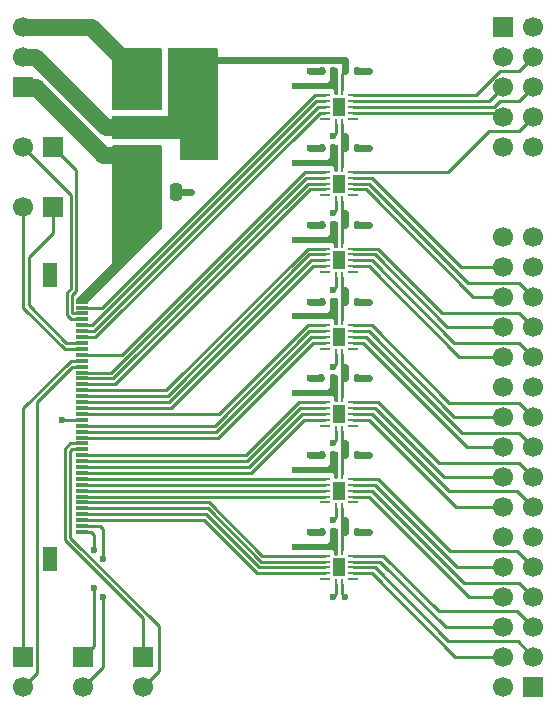
<source format=gtl>
G04 #@! TF.GenerationSoftware,KiCad,Pcbnew,9.0.1*
G04 #@! TF.CreationDate,2025-10-08T22:03:34-06:00*
G04 #@! TF.ProjectId,testbench,74657374-6265-46e6-9368-2e6b69636164,rev?*
G04 #@! TF.SameCoordinates,Original*
G04 #@! TF.FileFunction,Copper,L1,Top*
G04 #@! TF.FilePolarity,Positive*
%FSLAX46Y46*%
G04 Gerber Fmt 4.6, Leading zero omitted, Abs format (unit mm)*
G04 Created by KiCad (PCBNEW 9.0.1) date 2025-10-08 22:03:34*
%MOMM*%
%LPD*%
G01*
G04 APERTURE LIST*
G04 Aperture macros list*
%AMRoundRect*
0 Rectangle with rounded corners*
0 $1 Rounding radius*
0 $2 $3 $4 $5 $6 $7 $8 $9 X,Y pos of 4 corners*
0 Add a 4 corners polygon primitive as box body*
4,1,4,$2,$3,$4,$5,$6,$7,$8,$9,$2,$3,0*
0 Add four circle primitives for the rounded corners*
1,1,$1+$1,$2,$3*
1,1,$1+$1,$4,$5*
1,1,$1+$1,$6,$7*
1,1,$1+$1,$8,$9*
0 Add four rect primitives between the rounded corners*
20,1,$1+$1,$2,$3,$4,$5,0*
20,1,$1+$1,$4,$5,$6,$7,0*
20,1,$1+$1,$6,$7,$8,$9,0*
20,1,$1+$1,$8,$9,$2,$3,0*%
G04 Aperture macros list end*
G04 #@! TA.AperFunction,SMDPad,CuDef*
%ADD10R,1.000000X0.300000*%
G04 #@! TD*
G04 #@! TA.AperFunction,SMDPad,CuDef*
%ADD11R,1.300000X2.000000*%
G04 #@! TD*
G04 #@! TA.AperFunction,ComponentPad*
%ADD12R,1.700000X1.700000*%
G04 #@! TD*
G04 #@! TA.AperFunction,ComponentPad*
%ADD13C,1.700000*%
G04 #@! TD*
G04 #@! TA.AperFunction,HeatsinkPad*
%ADD14R,1.000000X1.500000*%
G04 #@! TD*
G04 #@! TA.AperFunction,SMDPad,CuDef*
%ADD15RoundRect,0.062500X-0.062500X-0.350000X0.062500X-0.350000X0.062500X0.350000X-0.062500X0.350000X0*%
G04 #@! TD*
G04 #@! TA.AperFunction,SMDPad,CuDef*
%ADD16RoundRect,0.062500X-0.350000X-0.062500X0.350000X-0.062500X0.350000X0.062500X-0.350000X0.062500X0*%
G04 #@! TD*
G04 #@! TA.AperFunction,SMDPad,CuDef*
%ADD17RoundRect,0.140000X0.140000X0.170000X-0.140000X0.170000X-0.140000X-0.170000X0.140000X-0.170000X0*%
G04 #@! TD*
G04 #@! TA.AperFunction,SMDPad,CuDef*
%ADD18RoundRect,0.140000X-0.140000X-0.170000X0.140000X-0.170000X0.140000X0.170000X-0.140000X0.170000X0*%
G04 #@! TD*
G04 #@! TA.AperFunction,SMDPad,CuDef*
%ADD19RoundRect,0.500000X-0.500000X-1.400000X0.500000X-1.400000X0.500000X1.400000X-0.500000X1.400000X0*%
G04 #@! TD*
G04 #@! TA.AperFunction,SMDPad,CuDef*
%ADD20RoundRect,0.375000X-0.625000X-0.375000X0.625000X-0.375000X0.625000X0.375000X-0.625000X0.375000X0*%
G04 #@! TD*
G04 #@! TA.AperFunction,SMDPad,CuDef*
%ADD21RoundRect,0.250000X0.250000X0.475000X-0.250000X0.475000X-0.250000X-0.475000X0.250000X-0.475000X0*%
G04 #@! TD*
G04 #@! TA.AperFunction,SMDPad,CuDef*
%ADD22RoundRect,0.250000X-0.250000X-0.475000X0.250000X-0.475000X0.250000X0.475000X-0.250000X0.475000X0*%
G04 #@! TD*
G04 #@! TA.AperFunction,ViaPad*
%ADD23C,0.600000*%
G04 #@! TD*
G04 #@! TA.AperFunction,Conductor*
%ADD24C,0.250000*%
G04 #@! TD*
G04 #@! TA.AperFunction,Conductor*
%ADD25C,0.600000*%
G04 #@! TD*
G04 #@! TA.AperFunction,Conductor*
%ADD26C,1.400000*%
G04 #@! TD*
G04 APERTURE END LIST*
D10*
X116699999Y-101999999D03*
X116699999Y-102499998D03*
X116699999Y-103000000D03*
X116699999Y-103499999D03*
X116699999Y-104000000D03*
X116699999Y-104499999D03*
X116699999Y-104999998D03*
X116699999Y-105500000D03*
X116699999Y-105999999D03*
X116699999Y-106499998D03*
X116699999Y-106999999D03*
X116699999Y-107499998D03*
X116699999Y-108000000D03*
X116699999Y-108499999D03*
X116699999Y-108999998D03*
X116699999Y-109499999D03*
X116699999Y-109999998D03*
X116699999Y-110500000D03*
X116699999Y-110999999D03*
X116699999Y-111499998D03*
X116699999Y-112000000D03*
X116699999Y-112499998D03*
X116699999Y-113000000D03*
X116699999Y-113499999D03*
X116699999Y-113999998D03*
X116699999Y-114500000D03*
X116699999Y-114999999D03*
X116699999Y-115500000D03*
X116699999Y-115999999D03*
X116699999Y-116499998D03*
X116699999Y-117000000D03*
X116699999Y-117499999D03*
X116699999Y-118000000D03*
X116699999Y-118499999D03*
X116699999Y-118999998D03*
X116699999Y-119500000D03*
X116699999Y-119999999D03*
X116699999Y-120500000D03*
X116699999Y-120999999D03*
X116699999Y-121499998D03*
D11*
X114000000Y-99700019D03*
X114000000Y-123799981D03*
D12*
X121920000Y-132080000D03*
D13*
X121920000Y-134620000D03*
D12*
X116840000Y-132080000D03*
D13*
X116840000Y-134620000D03*
X111760000Y-134620000D03*
D12*
X111760000Y-132080000D03*
D13*
X111760000Y-93980000D03*
D12*
X114300000Y-93980000D03*
D13*
X111760000Y-88900000D03*
D12*
X114300000Y-88900000D03*
X111760000Y-83820000D03*
D13*
X111760000Y-81280000D03*
X111760000Y-78740000D03*
D12*
X152400000Y-78740000D03*
D13*
X154940000Y-78740000D03*
X152400000Y-81280000D03*
X154940000Y-81280000D03*
X152400000Y-83820000D03*
X154940000Y-83820000D03*
X152400000Y-86360000D03*
X154940000Y-86360000D03*
X152400000Y-88900000D03*
X154940000Y-88900000D03*
D12*
X154940000Y-134620000D03*
D13*
X152400000Y-134620000D03*
X154940000Y-132080000D03*
X152400000Y-132080000D03*
X154940000Y-129540000D03*
X152400000Y-129540000D03*
X154940000Y-127000000D03*
X152400000Y-127000000D03*
X154940000Y-124460000D03*
X152400000Y-124460000D03*
X154940000Y-121920000D03*
X152400000Y-121920000D03*
X154940000Y-119380000D03*
X152400000Y-119380000D03*
X154940000Y-116840000D03*
X152400000Y-116840000D03*
X154940000Y-114300000D03*
X152400000Y-114300000D03*
X154940000Y-111760000D03*
X152400000Y-111760000D03*
X154940000Y-109220000D03*
X152400000Y-109220000D03*
X154940000Y-106680000D03*
X152400000Y-106680000D03*
X154940000Y-104140000D03*
X152400000Y-104140000D03*
X154940000Y-101600000D03*
X152400000Y-101600000D03*
X154940000Y-99060000D03*
X152400000Y-99060000D03*
X154940000Y-96520000D03*
X152400000Y-96520000D03*
D14*
X138500000Y-118000000D03*
D15*
X138750000Y-116562500D03*
D16*
X139687500Y-117000000D03*
X139687500Y-117500000D03*
X139687500Y-118000000D03*
X139687500Y-118500000D03*
X139687500Y-119000000D03*
D15*
X138750000Y-119437500D03*
X138250000Y-119437500D03*
D16*
X137312500Y-119000000D03*
X137312500Y-118500000D03*
X137312500Y-118000000D03*
X137312500Y-117500000D03*
X137312500Y-117000000D03*
D15*
X138250000Y-116562500D03*
D17*
X137020000Y-115000000D03*
X137980000Y-115000000D03*
D18*
X139980000Y-115000000D03*
X139020000Y-115000000D03*
D14*
X138500000Y-92000000D03*
D15*
X138750000Y-90562500D03*
D16*
X139687500Y-91000000D03*
X139687500Y-91500000D03*
X139687500Y-92000000D03*
X139687500Y-92500000D03*
X139687500Y-93000000D03*
D15*
X138750000Y-93437500D03*
X138250000Y-93437500D03*
D16*
X137312500Y-93000000D03*
X137312500Y-92500000D03*
X137312500Y-92000000D03*
X137312500Y-91500000D03*
X137312500Y-91000000D03*
D15*
X138250000Y-90562500D03*
D17*
X137020000Y-89000000D03*
X137980000Y-89000000D03*
D18*
X139980000Y-89000000D03*
X139020000Y-89000000D03*
D19*
X126900000Y-87250000D03*
D20*
X120600000Y-89550000D03*
X120600000Y-87250000D03*
X120600000Y-84950000D03*
D21*
X122800000Y-81750000D03*
X124700000Y-81750000D03*
D22*
X124700000Y-92750000D03*
X122800000Y-92750000D03*
D17*
X137020000Y-82500000D03*
X137980000Y-82500000D03*
D14*
X138500000Y-85500000D03*
D15*
X138750000Y-84062500D03*
D16*
X139687500Y-84500000D03*
X139687500Y-85000000D03*
X139687500Y-85500000D03*
X139687500Y-86000000D03*
X139687500Y-86500000D03*
D15*
X138750000Y-86937500D03*
X138250000Y-86937500D03*
D16*
X137312500Y-86500000D03*
X137312500Y-86000000D03*
X137312500Y-85500000D03*
X137312500Y-85000000D03*
X137312500Y-84500000D03*
D15*
X138250000Y-84062500D03*
D18*
X139980000Y-82500000D03*
X139020000Y-82500000D03*
X139020000Y-121500000D03*
X139980000Y-121500000D03*
D17*
X137980000Y-121500000D03*
X137020000Y-121500000D03*
D15*
X138250000Y-123062500D03*
D16*
X137312500Y-123500000D03*
X137312500Y-124000000D03*
X137312500Y-124500000D03*
X137312500Y-125000000D03*
X137312500Y-125500000D03*
D15*
X138250000Y-125937500D03*
X138750000Y-125937500D03*
D16*
X139687500Y-125500000D03*
X139687500Y-125000000D03*
X139687500Y-124500000D03*
X139687500Y-124000000D03*
X139687500Y-123500000D03*
D15*
X138750000Y-123062500D03*
D14*
X138500000Y-124500000D03*
D15*
X138250000Y-97062500D03*
D16*
X137312500Y-97500000D03*
X137312500Y-98000000D03*
X137312500Y-98500000D03*
X137312500Y-99000000D03*
X137312500Y-99500000D03*
D15*
X138250000Y-99937500D03*
X138750000Y-99937500D03*
D16*
X139687500Y-99500000D03*
X139687500Y-99000000D03*
X139687500Y-98500000D03*
X139687500Y-98000000D03*
X139687500Y-97500000D03*
D15*
X138750000Y-97062500D03*
D14*
X138500000Y-98500000D03*
D15*
X138250000Y-103562500D03*
D16*
X137312500Y-104000000D03*
X137312500Y-104500000D03*
X137312500Y-105000000D03*
X137312500Y-105500000D03*
X137312500Y-106000000D03*
D15*
X138250000Y-106437500D03*
X138750000Y-106437500D03*
D16*
X139687500Y-106000000D03*
X139687500Y-105500000D03*
X139687500Y-105000000D03*
X139687500Y-104500000D03*
X139687500Y-104000000D03*
D15*
X138750000Y-103562500D03*
D14*
X138500000Y-105000000D03*
X138500000Y-111500000D03*
D15*
X138750000Y-110062500D03*
D16*
X139687500Y-110500000D03*
X139687500Y-111000000D03*
X139687500Y-111500000D03*
X139687500Y-112000000D03*
X139687500Y-112500000D03*
D15*
X138750000Y-112937500D03*
X138250000Y-112937500D03*
D16*
X137312500Y-112500000D03*
X137312500Y-112000000D03*
X137312500Y-111500000D03*
X137312500Y-111000000D03*
X137312500Y-110500000D03*
D15*
X138250000Y-110062500D03*
D17*
X137960000Y-108500000D03*
X137000000Y-108500000D03*
D18*
X139980000Y-108500000D03*
X139020000Y-108500000D03*
D17*
X137980000Y-102000000D03*
X137020000Y-102000000D03*
D18*
X139020000Y-102000000D03*
X139980000Y-102000000D03*
D17*
X137980000Y-95500000D03*
X137020000Y-95500000D03*
D18*
X139020000Y-95500000D03*
X139980000Y-95500000D03*
D23*
X122500000Y-95000000D03*
X126000000Y-92750000D03*
X115000000Y-112000000D03*
X118500000Y-127000000D03*
X117750000Y-126250000D03*
X117750000Y-123000000D03*
X118500000Y-123750000D03*
X134750000Y-122750000D03*
X134750000Y-116250000D03*
X134750000Y-109750000D03*
X134750000Y-103250000D03*
X134750000Y-83750000D03*
X134750000Y-90250000D03*
X134750000Y-96750000D03*
X139000000Y-127000000D03*
X141000000Y-115000000D03*
X139000000Y-114000000D03*
X136000000Y-115000000D03*
X138000000Y-120500000D03*
X139000000Y-88000000D03*
X141000000Y-89000000D03*
X136000000Y-89000000D03*
X138000000Y-94500000D03*
X120500000Y-81750000D03*
X136000000Y-82500000D03*
X138000000Y-88000000D03*
X141000000Y-82500000D03*
X139000000Y-81500000D03*
X138000000Y-127000000D03*
X141000000Y-121500000D03*
X136000000Y-121500000D03*
X139000000Y-120500000D03*
X138000000Y-107500000D03*
X138000000Y-114000000D03*
X138000000Y-101000000D03*
X139000000Y-94500000D03*
X139000000Y-107500000D03*
X139000000Y-101000000D03*
X141000000Y-102000000D03*
X136000000Y-102000000D03*
X141000000Y-95500000D03*
X136000000Y-95500000D03*
X141000000Y-108500000D03*
X136000000Y-108500000D03*
D24*
X139687500Y-84500000D02*
X150056884Y-84500000D01*
X150056884Y-84500000D02*
X152100884Y-82456000D01*
X152100884Y-82456000D02*
X153764000Y-82456000D01*
X153764000Y-82456000D02*
X154940000Y-81280000D01*
X139687500Y-85000000D02*
X151220000Y-85000000D01*
X151220000Y-85000000D02*
X152400000Y-83820000D01*
X139687500Y-85500000D02*
X151596884Y-85500000D01*
X151596884Y-85500000D02*
X152100884Y-84996000D01*
X152100884Y-84996000D02*
X153764000Y-84996000D01*
X153764000Y-84996000D02*
X154940000Y-83820000D01*
X139687500Y-86000000D02*
X152040000Y-86000000D01*
X152040000Y-86000000D02*
X152400000Y-86360000D01*
X139687500Y-91000000D02*
X147750000Y-91000000D01*
X147750000Y-91000000D02*
X151214000Y-87536000D01*
X151214000Y-87536000D02*
X153764000Y-87536000D01*
X153764000Y-87536000D02*
X154940000Y-86360000D01*
X139687500Y-91500000D02*
X141250000Y-91500000D01*
X141250000Y-91500000D02*
X148810000Y-99060000D01*
X148810000Y-99060000D02*
X152400000Y-99060000D01*
X139687500Y-92000000D02*
X141000000Y-92000000D01*
X141000000Y-92000000D02*
X149424000Y-100424000D01*
X149424000Y-100424000D02*
X153764000Y-100424000D01*
X153764000Y-100424000D02*
X154940000Y-101600000D01*
X139687500Y-92500000D02*
X140750000Y-92500000D01*
X140750000Y-92500000D02*
X149850000Y-101600000D01*
X149850000Y-101600000D02*
X152400000Y-101600000D01*
X139687500Y-97500000D02*
X141750000Y-97500000D01*
X141750000Y-97500000D02*
X147214000Y-102964000D01*
X147214000Y-102964000D02*
X153764000Y-102964000D01*
X153764000Y-102964000D02*
X154940000Y-104140000D01*
X139687500Y-98000000D02*
X141500000Y-98000000D01*
X141500000Y-98000000D02*
X147640000Y-104140000D01*
X147640000Y-104140000D02*
X152400000Y-104140000D01*
X139687500Y-98500000D02*
X141250000Y-98500000D01*
X141250000Y-98500000D02*
X148254000Y-105504000D01*
X148254000Y-105504000D02*
X153764000Y-105504000D01*
X153764000Y-105504000D02*
X154940000Y-106680000D01*
X139687500Y-99000000D02*
X141000000Y-99000000D01*
X141000000Y-99000000D02*
X148680000Y-106680000D01*
X148680000Y-106680000D02*
X152400000Y-106680000D01*
X139687500Y-104000000D02*
X141250000Y-104000000D01*
X141250000Y-104000000D02*
X147834000Y-110584000D01*
X147834000Y-110584000D02*
X153764000Y-110584000D01*
X153764000Y-110584000D02*
X154940000Y-111760000D01*
X139687500Y-104500000D02*
X141000000Y-104500000D01*
X141000000Y-104500000D02*
X148260000Y-111760000D01*
X148260000Y-111760000D02*
X152400000Y-111760000D01*
X139687500Y-105000000D02*
X140750000Y-105000000D01*
X140750000Y-105000000D02*
X148874000Y-113124000D01*
X148874000Y-113124000D02*
X153764000Y-113124000D01*
X153764000Y-113124000D02*
X154940000Y-114300000D01*
X139687500Y-105500000D02*
X140500000Y-105500000D01*
X140500000Y-105500000D02*
X149300000Y-114300000D01*
X149300000Y-114300000D02*
X152400000Y-114300000D01*
X139687500Y-110500000D02*
X141750000Y-110500000D01*
X141750000Y-110500000D02*
X146914000Y-115664000D01*
X146914000Y-115664000D02*
X153764000Y-115664000D01*
X153764000Y-115664000D02*
X154940000Y-116840000D01*
X139687500Y-111000000D02*
X141500000Y-111000000D01*
X141500000Y-111000000D02*
X147340000Y-116840000D01*
X147340000Y-116840000D02*
X152400000Y-116840000D01*
X139687500Y-111500000D02*
X141250000Y-111500000D01*
X141250000Y-111500000D02*
X147766000Y-118016000D01*
X147766000Y-118016000D02*
X153576000Y-118016000D01*
X153576000Y-118016000D02*
X154940000Y-119380000D01*
X139687500Y-112000000D02*
X141000000Y-112000000D01*
X148380000Y-119380000D02*
X152400000Y-119380000D01*
X141000000Y-112000000D02*
X148380000Y-119380000D01*
X139687500Y-117000000D02*
X141750000Y-117000000D01*
X141750000Y-117000000D02*
X147846000Y-123096000D01*
X147846000Y-123096000D02*
X153576000Y-123096000D01*
X153576000Y-123096000D02*
X154940000Y-124460000D01*
X139687500Y-117500000D02*
X141500000Y-117500000D01*
X141500000Y-117500000D02*
X148460000Y-124460000D01*
X148460000Y-124460000D02*
X152400000Y-124460000D01*
X139687500Y-118000000D02*
X141250000Y-118000000D01*
X141250000Y-118000000D02*
X149074000Y-125824000D01*
X149074000Y-125824000D02*
X153764000Y-125824000D01*
X153764000Y-125824000D02*
X154940000Y-127000000D01*
X139687500Y-118500000D02*
X141000000Y-118500000D01*
X141000000Y-118500000D02*
X149500000Y-127000000D01*
X149500000Y-127000000D02*
X152400000Y-127000000D01*
X139687500Y-123500000D02*
X142250000Y-123500000D01*
X142250000Y-123500000D02*
X146926000Y-128176000D01*
X146926000Y-128176000D02*
X153576000Y-128176000D01*
X153576000Y-128176000D02*
X154940000Y-129540000D01*
X139687500Y-124000000D02*
X142000000Y-124000000D01*
X142000000Y-124000000D02*
X147540000Y-129540000D01*
X147540000Y-129540000D02*
X152400000Y-129540000D01*
X141500000Y-124500000D02*
X147750000Y-130750000D01*
X153610000Y-130750000D02*
X154940000Y-132080000D01*
X139687500Y-124500000D02*
X141500000Y-124500000D01*
X147750000Y-130750000D02*
X153610000Y-130750000D01*
X139687500Y-125000000D02*
X141250000Y-125000000D01*
X141250000Y-125000000D02*
X148330000Y-132080000D01*
X148330000Y-132080000D02*
X152400000Y-132080000D01*
D25*
X124700000Y-92750000D02*
X126000000Y-92750000D01*
D24*
X116699999Y-112000000D02*
X115000000Y-112000000D01*
D25*
X139000000Y-81500000D02*
X124950000Y-81500000D01*
X124950000Y-81500000D02*
X124700000Y-81750000D01*
D26*
X111760000Y-78740000D02*
X117490000Y-78740000D01*
X117490000Y-78740000D02*
X120500000Y-81750000D01*
X111760000Y-81280000D02*
X112780000Y-81280000D01*
X112780000Y-81280000D02*
X118750000Y-87250000D01*
X118750000Y-87250000D02*
X120600000Y-87250000D01*
X111760000Y-83820000D02*
X112802000Y-83820000D01*
X112802000Y-83820000D02*
X118532000Y-89550000D01*
X118532000Y-89550000D02*
X120600000Y-89550000D01*
D24*
X116699999Y-103000000D02*
X115898001Y-103000000D01*
X115873999Y-101436810D02*
X116250000Y-101060809D01*
X115898001Y-103000000D02*
X115922003Y-102975998D01*
X115922003Y-102975998D02*
X115873999Y-102975998D01*
X115873999Y-102975998D02*
X115873999Y-101436810D01*
X116250000Y-101060809D02*
X116250000Y-90850000D01*
X116250000Y-90850000D02*
X114300000Y-88900000D01*
X116699999Y-103499999D02*
X115760190Y-103499999D01*
X115799000Y-92939000D02*
X111760000Y-88900000D01*
X115760190Y-103499999D02*
X115422999Y-103162808D01*
X115422999Y-103162808D02*
X115422999Y-101250000D01*
X115422999Y-101250000D02*
X115799000Y-100873999D01*
X115799000Y-100873999D02*
X115799000Y-92939000D01*
X116699999Y-105500000D02*
X115387810Y-105500000D01*
X115387810Y-105500000D02*
X112211000Y-102323190D01*
X112211000Y-102323190D02*
X112211000Y-98250000D01*
X112211000Y-98250000D02*
X114300000Y-96161000D01*
X114300000Y-96161000D02*
X114300000Y-93980000D01*
X116699999Y-105999999D02*
X115249999Y-105999999D01*
X111760000Y-102510000D02*
X111760000Y-93980000D01*
X115249999Y-105999999D02*
X111760000Y-102510000D01*
X116699999Y-106999999D02*
X115760190Y-106999999D01*
X115760190Y-106999999D02*
X111760000Y-111000189D01*
X111760000Y-111000189D02*
X111760000Y-132080000D01*
X116699999Y-107499998D02*
X115898001Y-107499998D01*
X115898001Y-107499998D02*
X112936000Y-110461999D01*
X112936000Y-110461999D02*
X112936000Y-133444000D01*
X112936000Y-133444000D02*
X111760000Y-134620000D01*
X118500000Y-127000000D02*
X118500000Y-132960000D01*
X118500000Y-132960000D02*
X116840000Y-134620000D01*
X117750000Y-126250000D02*
X117750000Y-131170000D01*
X117750000Y-131170000D02*
X116840000Y-132080000D01*
X117750000Y-123000000D02*
X117750000Y-121750000D01*
X117750000Y-121750000D02*
X117499998Y-121499998D01*
X117499998Y-121499998D02*
X116699999Y-121499998D01*
X118500000Y-123750000D02*
X118500000Y-121250000D01*
X118500000Y-121250000D02*
X118249999Y-120999999D01*
X118249999Y-120999999D02*
X116699999Y-120999999D01*
X116699999Y-102499998D02*
X118435418Y-102499998D01*
X118435418Y-102499998D02*
X136435416Y-84500000D01*
X136435416Y-84500000D02*
X137312500Y-84500000D01*
X116699999Y-104000000D02*
X117573226Y-104000000D01*
X117573226Y-104000000D02*
X136573226Y-85000000D01*
X136573226Y-85000000D02*
X137312500Y-85000000D01*
X116699999Y-104499999D02*
X117711037Y-104499999D01*
X117711037Y-104499999D02*
X136711036Y-85500000D01*
X136711036Y-85500000D02*
X137312500Y-85500000D01*
X116699999Y-104999998D02*
X117848848Y-104999998D01*
X117848848Y-104999998D02*
X136848846Y-86000000D01*
X136848846Y-86000000D02*
X137312500Y-86000000D01*
X116699999Y-106499998D02*
X120086572Y-106499998D01*
X120086572Y-106499998D02*
X135586570Y-91000000D01*
X135586570Y-91000000D02*
X137312500Y-91000000D01*
X116699999Y-108000000D02*
X119224380Y-108000000D01*
X119224380Y-108000000D02*
X135724380Y-91500000D01*
X135724380Y-91500000D02*
X137312500Y-91500000D01*
X116699999Y-108499999D02*
X119362191Y-108499999D01*
X119362191Y-108499999D02*
X135862190Y-92000000D01*
X135862190Y-92000000D02*
X137312500Y-92000000D01*
X116699999Y-108999998D02*
X119500002Y-108999998D01*
X119500002Y-108999998D02*
X136000000Y-92500000D01*
X136000000Y-92500000D02*
X137312500Y-92500000D01*
X116699999Y-109499999D02*
X123836571Y-109499999D01*
X123836571Y-109499999D02*
X135836570Y-97500000D01*
X135836570Y-97500000D02*
X137312500Y-97500000D01*
X116699999Y-109999998D02*
X123974382Y-109999998D01*
X123974382Y-109999998D02*
X135974380Y-98000000D01*
X135974380Y-98000000D02*
X137312500Y-98000000D01*
X116699999Y-110500000D02*
X124112190Y-110500000D01*
X124112190Y-110500000D02*
X136112190Y-98500000D01*
X136112190Y-98500000D02*
X137312500Y-98500000D01*
X116699999Y-110999999D02*
X124250001Y-110999999D01*
X124250001Y-110999999D02*
X136250000Y-99000000D01*
X136250000Y-99000000D02*
X137312500Y-99000000D01*
X116699999Y-111499998D02*
X128336572Y-111499998D01*
X128336572Y-111499998D02*
X135836570Y-104000000D01*
X135836570Y-104000000D02*
X137312500Y-104000000D01*
X116699999Y-112499998D02*
X127974382Y-112499998D01*
X127974382Y-112499998D02*
X135974380Y-104500000D01*
X135974380Y-104500000D02*
X137312500Y-104500000D01*
X116699999Y-113000000D02*
X128112190Y-113000000D01*
X128112190Y-113000000D02*
X136112190Y-105000000D01*
X136112190Y-105000000D02*
X137312500Y-105000000D01*
X116699999Y-113499999D02*
X128250001Y-113499999D01*
X128250001Y-113499999D02*
X136250000Y-105500000D01*
X136250000Y-105500000D02*
X137312500Y-105500000D01*
X116699999Y-113999998D02*
X115750002Y-113999998D01*
X115750002Y-113999998D02*
X115250000Y-114500000D01*
X115250000Y-114500000D02*
X115250000Y-122137810D01*
X115250000Y-122137810D02*
X121920000Y-128807810D01*
X121920000Y-128807810D02*
X121920000Y-132080000D01*
X116699999Y-114500000D02*
X115897998Y-114500000D01*
X115897998Y-114500000D02*
X115750000Y-114647998D01*
X115750000Y-114647998D02*
X115750000Y-122000000D01*
X115750000Y-122000000D02*
X123250000Y-129500000D01*
X123250000Y-129500000D02*
X123250000Y-133290000D01*
X123250000Y-133290000D02*
X121920000Y-134620000D01*
X116699999Y-114999999D02*
X130586571Y-114999999D01*
X130586571Y-114999999D02*
X135086570Y-110500000D01*
X135086570Y-110500000D02*
X137312500Y-110500000D01*
X116699999Y-115500000D02*
X130724380Y-115500000D01*
X130724380Y-115500000D02*
X135224380Y-111000000D01*
X135224380Y-111000000D02*
X137312500Y-111000000D01*
X116699999Y-115999999D02*
X130862191Y-115999999D01*
X130862191Y-115999999D02*
X135362190Y-111500000D01*
X135362190Y-111500000D02*
X137312500Y-111500000D01*
X116699999Y-116499998D02*
X131000002Y-116499998D01*
X131000002Y-116499998D02*
X135500000Y-112000000D01*
X135500000Y-112000000D02*
X137312500Y-112000000D01*
X116699999Y-120500000D02*
X127086570Y-120500000D01*
X127086570Y-120500000D02*
X131586570Y-125000000D01*
X131586570Y-125000000D02*
X137312500Y-125000000D01*
X116699999Y-119999999D02*
X127224380Y-120000000D01*
X127224380Y-120000000D02*
X131724380Y-124500000D01*
X131724380Y-124500000D02*
X137312500Y-124500000D01*
X116699999Y-119500000D02*
X127362190Y-119500000D01*
X127362190Y-119500000D02*
X131862190Y-124000000D01*
X131862190Y-124000000D02*
X137312500Y-124000000D01*
X116699999Y-118999998D02*
X127499998Y-118999998D01*
X127499998Y-118999998D02*
X132000000Y-123500000D01*
X132000000Y-123500000D02*
X137312500Y-123500000D01*
X137312500Y-117000000D02*
X116699999Y-117000000D01*
X116699999Y-117499999D02*
X137312500Y-117500000D01*
X137312500Y-118000000D02*
X116699999Y-118000000D01*
X116699999Y-118499999D02*
X137312500Y-118500000D01*
X138750000Y-119437500D02*
X138750000Y-123062500D01*
X138750000Y-112937500D02*
X138750000Y-116562500D01*
X138750000Y-106437500D02*
X138750000Y-110062500D01*
X138750000Y-99937500D02*
X138750000Y-103562500D01*
X138750000Y-93437500D02*
X138750000Y-97062500D01*
X138750000Y-86937500D02*
X138750000Y-90562500D01*
X138750000Y-86937500D02*
X138750000Y-87750000D01*
X138750000Y-87750000D02*
X139000000Y-88000000D01*
X138750000Y-93437500D02*
X138750000Y-94250000D01*
X138750000Y-94250000D02*
X139000000Y-94500000D01*
X138750000Y-99937500D02*
X138750000Y-100750000D01*
X138750000Y-100750000D02*
X139000000Y-101000000D01*
X138750000Y-106437500D02*
X138750000Y-107250000D01*
X138750000Y-107250000D02*
X139000000Y-107500000D01*
X138750000Y-112937500D02*
X138750000Y-113750000D01*
X138750000Y-113750000D02*
X139000000Y-114000000D01*
X138750000Y-119437500D02*
X138750000Y-120250000D01*
X138750000Y-120250000D02*
X139000000Y-120500000D01*
X138750000Y-125937500D02*
X138750000Y-126750000D01*
X138750000Y-126750000D02*
X139000000Y-127000000D01*
X138750000Y-116562500D02*
X138750000Y-115270000D01*
X138250000Y-120250000D02*
X138000000Y-120500000D01*
D25*
X139000000Y-114000000D02*
X139000000Y-114980000D01*
X139980000Y-115000000D02*
X141000000Y-115000000D01*
D24*
X138750000Y-115270000D02*
X139020000Y-115000000D01*
D25*
X139000000Y-114980000D02*
X139020000Y-115000000D01*
D24*
X138250000Y-119437500D02*
X138250000Y-120250000D01*
D25*
X137020000Y-115000000D02*
X136000000Y-115000000D01*
X139000000Y-88000000D02*
X139000000Y-88980000D01*
X139980000Y-89000000D02*
X141000000Y-89000000D01*
D24*
X138750000Y-89270000D02*
X139020000Y-89000000D01*
D25*
X139000000Y-88980000D02*
X139020000Y-89000000D01*
X137020000Y-89000000D02*
X136000000Y-89000000D01*
D24*
X138750000Y-90562500D02*
X138750000Y-89270000D01*
X138250000Y-93437500D02*
X138250000Y-94250000D01*
X138250000Y-94250000D02*
X138000000Y-94500000D01*
X138750000Y-82770000D02*
X139020000Y-82500000D01*
D25*
X137020000Y-82500000D02*
X136000000Y-82500000D01*
D24*
X138250000Y-86937500D02*
X138250000Y-87750000D01*
D25*
X139000000Y-81500000D02*
X139000000Y-82480000D01*
X139980000Y-82500000D02*
X141000000Y-82500000D01*
D24*
X138750000Y-84062500D02*
X138750000Y-82770000D01*
X138250000Y-87750000D02*
X138000000Y-88000000D01*
D25*
X139000000Y-82480000D02*
X139020000Y-82500000D01*
D24*
X138750000Y-123062500D02*
X138750000Y-121770000D01*
D25*
X139000000Y-121480000D02*
X139020000Y-121500000D01*
D24*
X138250000Y-126750000D02*
X138000000Y-127000000D01*
D25*
X139000000Y-120500000D02*
X139000000Y-121480000D01*
X139980000Y-121500000D02*
X141000000Y-121500000D01*
X137020000Y-121500000D02*
X136000000Y-121500000D01*
D24*
X138750000Y-121770000D02*
X139020000Y-121500000D01*
X138250000Y-125937500D02*
X138250000Y-126750000D01*
D25*
X139980000Y-95500000D02*
X141000000Y-95500000D01*
X139980000Y-108500000D02*
X141000000Y-108500000D01*
X139980000Y-102000000D02*
X141000000Y-102000000D01*
X137000000Y-108500000D02*
X136000000Y-108500000D01*
X137020000Y-95500000D02*
X136000000Y-95500000D01*
X137020000Y-102000000D02*
X136000000Y-102000000D01*
D24*
X138250000Y-112937500D02*
X138250000Y-113750000D01*
X138250000Y-113750000D02*
X138000000Y-114000000D01*
X138250000Y-99937500D02*
X138250000Y-100750000D01*
X138250000Y-100750000D02*
X138000000Y-101000000D01*
X138250000Y-106437500D02*
X138250000Y-107250000D01*
X138250000Y-107250000D02*
X138000000Y-107500000D01*
D25*
X139000000Y-101000000D02*
X139000000Y-101980000D01*
X139000000Y-101980000D02*
X139020000Y-102000000D01*
X139000000Y-94500000D02*
X139000000Y-95480000D01*
X139000000Y-95480000D02*
X139020000Y-95500000D01*
X139000000Y-107500000D02*
X139000000Y-108480000D01*
X139000000Y-108480000D02*
X139020000Y-108500000D01*
D24*
X138750000Y-110062500D02*
X138750000Y-108770000D01*
X138750000Y-103562500D02*
X138750000Y-102270000D01*
X138750000Y-97062500D02*
X138750000Y-95770000D01*
X138750000Y-95770000D02*
X139020000Y-95500000D01*
X138750000Y-108770000D02*
X139020000Y-108500000D01*
X138750000Y-102270000D02*
X139020000Y-102000000D01*
G04 #@! TA.AperFunction,Conductor*
G36*
X123443039Y-88769685D02*
G01*
X123488794Y-88822489D01*
X123500000Y-88874000D01*
X123500000Y-93750000D01*
X119250000Y-93750000D01*
X119250000Y-88874000D01*
X119269685Y-88806961D01*
X119322489Y-88761206D01*
X119374000Y-88750000D01*
X123376000Y-88750000D01*
X123443039Y-88769685D01*
G37*
G04 #@! TD.AperFunction*
G04 #@! TA.AperFunction,Conductor*
G36*
X123443039Y-80519685D02*
G01*
X123488794Y-80572489D01*
X123500000Y-80624000D01*
X123500000Y-85626000D01*
X123480315Y-85693039D01*
X123427511Y-85738794D01*
X123376000Y-85750000D01*
X119374000Y-85750000D01*
X119306961Y-85730315D01*
X119261206Y-85677511D01*
X119250000Y-85626000D01*
X119250000Y-80624000D01*
X119269685Y-80556961D01*
X119322489Y-80511206D01*
X119374000Y-80500000D01*
X123376000Y-80500000D01*
X123443039Y-80519685D01*
G37*
G04 #@! TD.AperFunction*
G04 #@! TA.AperFunction,Conductor*
G36*
X128193039Y-80519685D02*
G01*
X128238794Y-80572489D01*
X128250000Y-80624000D01*
X128250000Y-89876000D01*
X128230315Y-89943039D01*
X128177511Y-89988794D01*
X128126000Y-90000000D01*
X125124000Y-90000000D01*
X125056961Y-89980315D01*
X125011206Y-89927511D01*
X125000000Y-89876000D01*
X125000000Y-88250000D01*
X119374000Y-88250000D01*
X119306961Y-88230315D01*
X119261206Y-88177511D01*
X119250000Y-88126000D01*
X119250000Y-86374000D01*
X119269685Y-86306961D01*
X119322489Y-86261206D01*
X119374000Y-86250000D01*
X124000000Y-86250000D01*
X124000000Y-80624000D01*
X124019685Y-80556961D01*
X124072489Y-80511206D01*
X124124000Y-80500000D01*
X128126000Y-80500000D01*
X128193039Y-80519685D01*
G37*
G04 #@! TD.AperFunction*
G04 #@! TA.AperFunction,Conductor*
G36*
X138315677Y-82219685D02*
G01*
X138336319Y-82236319D01*
X138363681Y-82263681D01*
X138397166Y-82325004D01*
X138400000Y-82351362D01*
X138400000Y-84348638D01*
X138391355Y-84378078D01*
X138384832Y-84408065D01*
X138381077Y-84413080D01*
X138380315Y-84415677D01*
X138363681Y-84436319D01*
X138337681Y-84462319D01*
X138276358Y-84495804D01*
X138206666Y-84490820D01*
X138162319Y-84462319D01*
X138136319Y-84436319D01*
X138102834Y-84374996D01*
X138100000Y-84348638D01*
X138100000Y-84100000D01*
X138000000Y-84000000D01*
X134824000Y-84000000D01*
X134756961Y-83980315D01*
X134711206Y-83927511D01*
X134700000Y-83876000D01*
X134700000Y-83624000D01*
X134719685Y-83556961D01*
X134772489Y-83511206D01*
X134824000Y-83500000D01*
X137500000Y-83500000D01*
X137700000Y-83300000D01*
X137700000Y-82351362D01*
X137708644Y-82321921D01*
X137715168Y-82291935D01*
X137718922Y-82286919D01*
X137719685Y-82284323D01*
X137736319Y-82263681D01*
X137763681Y-82236319D01*
X137825004Y-82202834D01*
X137851362Y-82200000D01*
X138248638Y-82200000D01*
X138315677Y-82219685D01*
G37*
G04 #@! TD.AperFunction*
G04 #@! TA.AperFunction,Conductor*
G36*
X138315677Y-88719685D02*
G01*
X138336319Y-88736319D01*
X138363681Y-88763681D01*
X138397166Y-88825004D01*
X138400000Y-88851362D01*
X138400000Y-90848638D01*
X138391355Y-90878078D01*
X138384832Y-90908065D01*
X138381077Y-90913080D01*
X138380315Y-90915677D01*
X138363681Y-90936319D01*
X138337681Y-90962319D01*
X138276358Y-90995804D01*
X138206666Y-90990820D01*
X138162319Y-90962319D01*
X138136319Y-90936319D01*
X138102834Y-90874996D01*
X138100000Y-90848638D01*
X138100000Y-90600000D01*
X138000000Y-90500000D01*
X134824000Y-90500000D01*
X134756961Y-90480315D01*
X134711206Y-90427511D01*
X134700000Y-90376000D01*
X134700000Y-90124000D01*
X134719685Y-90056961D01*
X134772489Y-90011206D01*
X134824000Y-90000000D01*
X137500000Y-90000000D01*
X137700000Y-89800000D01*
X137700000Y-88851362D01*
X137708644Y-88821921D01*
X137715168Y-88791935D01*
X137718922Y-88786919D01*
X137719685Y-88784323D01*
X137736319Y-88763681D01*
X137763681Y-88736319D01*
X137825004Y-88702834D01*
X137851362Y-88700000D01*
X138248638Y-88700000D01*
X138315677Y-88719685D01*
G37*
G04 #@! TD.AperFunction*
G04 #@! TA.AperFunction,Conductor*
G36*
X138315677Y-95219685D02*
G01*
X138336319Y-95236319D01*
X138363681Y-95263681D01*
X138397166Y-95325004D01*
X138400000Y-95351362D01*
X138400000Y-97348638D01*
X138391355Y-97378078D01*
X138384832Y-97408065D01*
X138381077Y-97413080D01*
X138380315Y-97415677D01*
X138363681Y-97436319D01*
X138337681Y-97462319D01*
X138276358Y-97495804D01*
X138206666Y-97490820D01*
X138162319Y-97462319D01*
X138136319Y-97436319D01*
X138102834Y-97374996D01*
X138100000Y-97348638D01*
X138100000Y-97100000D01*
X138000000Y-97000000D01*
X134824000Y-97000000D01*
X134756961Y-96980315D01*
X134711206Y-96927511D01*
X134700000Y-96876000D01*
X134700000Y-96624000D01*
X134719685Y-96556961D01*
X134772489Y-96511206D01*
X134824000Y-96500000D01*
X137500000Y-96500000D01*
X137700000Y-96300000D01*
X137700000Y-95351362D01*
X137708644Y-95321921D01*
X137715168Y-95291935D01*
X137718922Y-95286919D01*
X137719685Y-95284323D01*
X137736319Y-95263681D01*
X137763681Y-95236319D01*
X137825004Y-95202834D01*
X137851362Y-95200000D01*
X138248638Y-95200000D01*
X138315677Y-95219685D01*
G37*
G04 #@! TD.AperFunction*
G04 #@! TA.AperFunction,Conductor*
G36*
X138315677Y-101719685D02*
G01*
X138336319Y-101736319D01*
X138363681Y-101763681D01*
X138397166Y-101825004D01*
X138400000Y-101851362D01*
X138400000Y-103848638D01*
X138391355Y-103878078D01*
X138384832Y-103908065D01*
X138381077Y-103913080D01*
X138380315Y-103915677D01*
X138363681Y-103936319D01*
X138337681Y-103962319D01*
X138276358Y-103995804D01*
X138206666Y-103990820D01*
X138162319Y-103962319D01*
X138136319Y-103936319D01*
X138102834Y-103874996D01*
X138100000Y-103848638D01*
X138100000Y-103600000D01*
X138000000Y-103500000D01*
X134824000Y-103500000D01*
X134756961Y-103480315D01*
X134711206Y-103427511D01*
X134700000Y-103376000D01*
X134700000Y-103124000D01*
X134719685Y-103056961D01*
X134772489Y-103011206D01*
X134824000Y-103000000D01*
X137500000Y-103000000D01*
X137700000Y-102800000D01*
X137700000Y-101851362D01*
X137708644Y-101821921D01*
X137715168Y-101791935D01*
X137718922Y-101786919D01*
X137719685Y-101784323D01*
X137736319Y-101763681D01*
X137763681Y-101736319D01*
X137825004Y-101702834D01*
X137851362Y-101700000D01*
X138248638Y-101700000D01*
X138315677Y-101719685D01*
G37*
G04 #@! TD.AperFunction*
G04 #@! TA.AperFunction,Conductor*
G36*
X138315677Y-108219685D02*
G01*
X138336319Y-108236319D01*
X138363681Y-108263681D01*
X138397166Y-108325004D01*
X138400000Y-108351362D01*
X138400000Y-110348638D01*
X138391355Y-110378078D01*
X138384832Y-110408065D01*
X138381077Y-110413080D01*
X138380315Y-110415677D01*
X138363681Y-110436319D01*
X138337681Y-110462319D01*
X138276358Y-110495804D01*
X138206666Y-110490820D01*
X138162319Y-110462319D01*
X138136319Y-110436319D01*
X138102834Y-110374996D01*
X138100000Y-110348638D01*
X138100000Y-110100000D01*
X138000000Y-110000000D01*
X134824000Y-110000000D01*
X134756961Y-109980315D01*
X134711206Y-109927511D01*
X134700000Y-109876000D01*
X134700000Y-109624000D01*
X134719685Y-109556961D01*
X134772489Y-109511206D01*
X134824000Y-109500000D01*
X137500000Y-109500000D01*
X137700000Y-109300000D01*
X137700000Y-108351362D01*
X137708644Y-108321921D01*
X137715168Y-108291935D01*
X137718922Y-108286919D01*
X137719685Y-108284323D01*
X137736319Y-108263681D01*
X137763681Y-108236319D01*
X137825004Y-108202834D01*
X137851362Y-108200000D01*
X138248638Y-108200000D01*
X138315677Y-108219685D01*
G37*
G04 #@! TD.AperFunction*
G04 #@! TA.AperFunction,Conductor*
G36*
X138315677Y-114719685D02*
G01*
X138336319Y-114736319D01*
X138363681Y-114763681D01*
X138397166Y-114825004D01*
X138400000Y-114851362D01*
X138400000Y-116848638D01*
X138391355Y-116878078D01*
X138384832Y-116908065D01*
X138381077Y-116913080D01*
X138380315Y-116915677D01*
X138363681Y-116936319D01*
X138337681Y-116962319D01*
X138276358Y-116995804D01*
X138206666Y-116990820D01*
X138162319Y-116962319D01*
X138136319Y-116936319D01*
X138102834Y-116874996D01*
X138100000Y-116848638D01*
X138100000Y-116600000D01*
X138000000Y-116500000D01*
X134824000Y-116500000D01*
X134756961Y-116480315D01*
X134711206Y-116427511D01*
X134700000Y-116376000D01*
X134700000Y-116124000D01*
X134719685Y-116056961D01*
X134772489Y-116011206D01*
X134824000Y-116000000D01*
X137500000Y-116000000D01*
X137700000Y-115800000D01*
X137700000Y-114851362D01*
X137708644Y-114821921D01*
X137715168Y-114791935D01*
X137718922Y-114786919D01*
X137719685Y-114784323D01*
X137736319Y-114763681D01*
X137763681Y-114736319D01*
X137825004Y-114702834D01*
X137851362Y-114700000D01*
X138248638Y-114700000D01*
X138315677Y-114719685D01*
G37*
G04 #@! TD.AperFunction*
G04 #@! TA.AperFunction,Conductor*
G36*
X138315677Y-121219685D02*
G01*
X138336319Y-121236319D01*
X138363681Y-121263681D01*
X138397166Y-121325004D01*
X138400000Y-121351362D01*
X138400000Y-123348638D01*
X138391355Y-123378078D01*
X138384832Y-123408065D01*
X138381077Y-123413080D01*
X138380315Y-123415677D01*
X138363681Y-123436319D01*
X138337681Y-123462319D01*
X138276358Y-123495804D01*
X138206666Y-123490820D01*
X138162319Y-123462319D01*
X138136319Y-123436319D01*
X138102834Y-123374996D01*
X138100000Y-123348638D01*
X138100000Y-123100000D01*
X138000000Y-123000000D01*
X134824000Y-123000000D01*
X134756961Y-122980315D01*
X134711206Y-122927511D01*
X134700000Y-122876000D01*
X134700000Y-122624000D01*
X134719685Y-122556961D01*
X134772489Y-122511206D01*
X134824000Y-122500000D01*
X137500000Y-122500000D01*
X137700000Y-122300000D01*
X137700000Y-121351362D01*
X137708644Y-121321921D01*
X137715168Y-121291935D01*
X137718922Y-121286919D01*
X137719685Y-121284323D01*
X137736319Y-121263681D01*
X137763681Y-121236319D01*
X137825004Y-121202834D01*
X137851362Y-121200000D01*
X138248638Y-121200000D01*
X138315677Y-121219685D01*
G37*
G04 #@! TD.AperFunction*
G04 #@! TA.AperFunction,Conductor*
G36*
X123500000Y-95698638D02*
G01*
X123480315Y-95765677D01*
X123463681Y-95786319D01*
X117286319Y-101963681D01*
X117224996Y-101997166D01*
X117198638Y-102000000D01*
X116374000Y-102000000D01*
X116365314Y-101997449D01*
X116356353Y-101998738D01*
X116332312Y-101987759D01*
X116306961Y-101980315D01*
X116301033Y-101973474D01*
X116292797Y-101969713D01*
X116278507Y-101947478D01*
X116261206Y-101927511D01*
X116258918Y-101916996D01*
X116255023Y-101910935D01*
X116250000Y-101876000D01*
X116250000Y-101801362D01*
X116269685Y-101734323D01*
X116286319Y-101713681D01*
X119250000Y-98750000D01*
X119250000Y-94000000D01*
X119250000Y-93750000D01*
X123500000Y-93750000D01*
X123500000Y-95698638D01*
G37*
G04 #@! TD.AperFunction*
M02*

</source>
